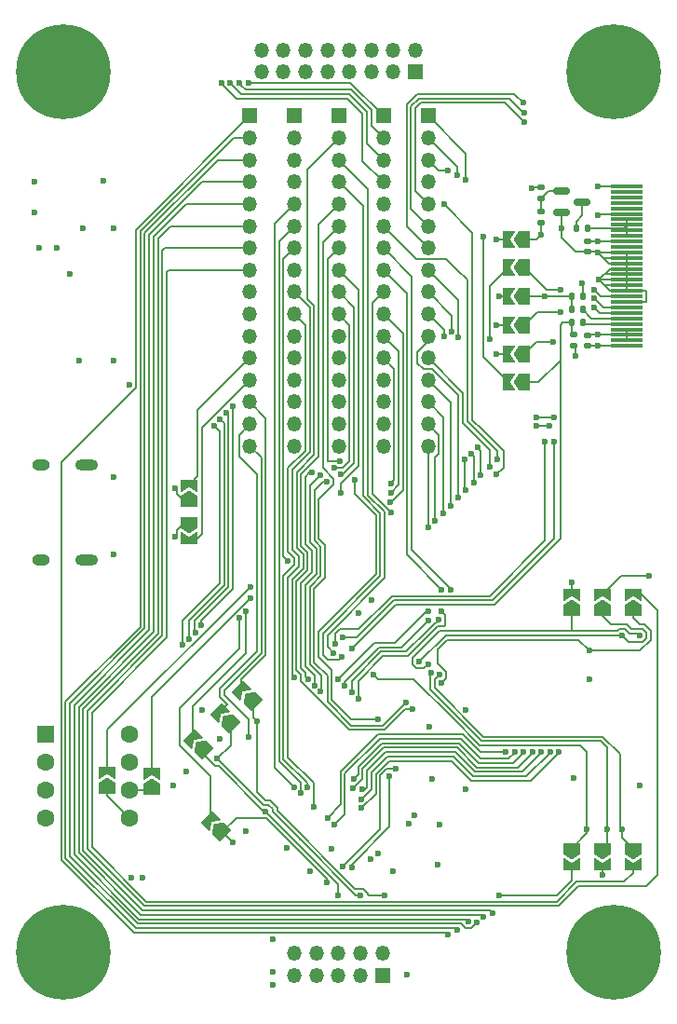
<source format=gbr>
%TF.GenerationSoftware,KiCad,Pcbnew,8.0.1*%
%TF.CreationDate,2024-05-15T13:39:00+02:00*%
%TF.ProjectId,STM32H7B0_devboard,53544d33-3248-4374-9230-5f646576626f,rev?*%
%TF.SameCoordinates,Original*%
%TF.FileFunction,Copper,L4,Bot*%
%TF.FilePolarity,Positive*%
%FSLAX46Y46*%
G04 Gerber Fmt 4.6, Leading zero omitted, Abs format (unit mm)*
G04 Created by KiCad (PCBNEW 8.0.1) date 2024-05-15 13:39:00*
%MOMM*%
%LPD*%
G01*
G04 APERTURE LIST*
G04 Aperture macros list*
%AMRoundRect*
0 Rectangle with rounded corners*
0 $1 Rounding radius*
0 $2 $3 $4 $5 $6 $7 $8 $9 X,Y pos of 4 corners*
0 Add a 4 corners polygon primitive as box body*
4,1,4,$2,$3,$4,$5,$6,$7,$8,$9,$2,$3,0*
0 Add four circle primitives for the rounded corners*
1,1,$1+$1,$2,$3*
1,1,$1+$1,$4,$5*
1,1,$1+$1,$6,$7*
1,1,$1+$1,$8,$9*
0 Add four rect primitives between the rounded corners*
20,1,$1+$1,$2,$3,$4,$5,0*
20,1,$1+$1,$4,$5,$6,$7,0*
20,1,$1+$1,$6,$7,$8,$9,0*
20,1,$1+$1,$8,$9,$2,$3,0*%
%AMFreePoly0*
4,1,6,1.000000,0.000000,0.500000,-0.750000,-0.500000,-0.750000,-0.500000,0.750000,0.500000,0.750000,1.000000,0.000000,1.000000,0.000000,$1*%
%AMFreePoly1*
4,1,6,0.500000,-0.750000,-0.650000,-0.750000,-0.150000,0.000000,-0.650000,0.750000,0.500000,0.750000,0.500000,-0.750000,0.500000,-0.750000,$1*%
G04 Aperture macros list end*
%TA.AperFunction,ComponentPad*%
%ADD10C,0.900000*%
%TD*%
%TA.AperFunction,ComponentPad*%
%ADD11C,8.600000*%
%TD*%
%TA.AperFunction,ComponentPad*%
%ADD12R,1.350000X1.350000*%
%TD*%
%TA.AperFunction,ComponentPad*%
%ADD13O,1.350000X1.350000*%
%TD*%
%TA.AperFunction,ComponentPad*%
%ADD14O,2.100000X1.000000*%
%TD*%
%TA.AperFunction,ComponentPad*%
%ADD15O,1.600000X1.000000*%
%TD*%
%TA.AperFunction,ComponentPad*%
%ADD16R,1.600000X1.600000*%
%TD*%
%TA.AperFunction,ComponentPad*%
%ADD17C,1.600000*%
%TD*%
%TA.AperFunction,SMDPad,CuDef*%
%ADD18FreePoly0,180.000000*%
%TD*%
%TA.AperFunction,SMDPad,CuDef*%
%ADD19FreePoly1,180.000000*%
%TD*%
%TA.AperFunction,SMDPad,CuDef*%
%ADD20FreePoly0,90.000000*%
%TD*%
%TA.AperFunction,SMDPad,CuDef*%
%ADD21FreePoly1,90.000000*%
%TD*%
%TA.AperFunction,SMDPad,CuDef*%
%ADD22FreePoly0,270.000000*%
%TD*%
%TA.AperFunction,SMDPad,CuDef*%
%ADD23FreePoly1,270.000000*%
%TD*%
%TA.AperFunction,SMDPad,CuDef*%
%ADD24RoundRect,0.135000X-0.135000X-0.185000X0.135000X-0.185000X0.135000X0.185000X-0.135000X0.185000X0*%
%TD*%
%TA.AperFunction,SMDPad,CuDef*%
%ADD25RoundRect,0.135000X-0.185000X0.135000X-0.185000X-0.135000X0.185000X-0.135000X0.185000X0.135000X0*%
%TD*%
%TA.AperFunction,ConnectorPad*%
%ADD26R,3.000000X0.350000*%
%TD*%
%TA.AperFunction,SMDPad,CuDef*%
%ADD27RoundRect,0.135000X0.185000X-0.135000X0.185000X0.135000X-0.185000X0.135000X-0.185000X-0.135000X0*%
%TD*%
%TA.AperFunction,SMDPad,CuDef*%
%ADD28RoundRect,0.150000X-0.587500X-0.150000X0.587500X-0.150000X0.587500X0.150000X-0.587500X0.150000X0*%
%TD*%
%TA.AperFunction,SMDPad,CuDef*%
%ADD29FreePoly0,135.000000*%
%TD*%
%TA.AperFunction,SMDPad,CuDef*%
%ADD30FreePoly1,135.000000*%
%TD*%
%TA.AperFunction,SMDPad,CuDef*%
%ADD31RoundRect,0.140000X-0.170000X0.140000X-0.170000X-0.140000X0.170000X-0.140000X0.170000X0.140000X0*%
%TD*%
%TA.AperFunction,SMDPad,CuDef*%
%ADD32RoundRect,0.135000X0.135000X0.185000X-0.135000X0.185000X-0.135000X-0.185000X0.135000X-0.185000X0*%
%TD*%
%TA.AperFunction,ViaPad*%
%ADD33C,0.600000*%
%TD*%
%TA.AperFunction,Conductor*%
%ADD34C,0.200000*%
%TD*%
G04 APERTURE END LIST*
D10*
%TO.P,H2,1,1*%
%TO.N,GND*%
X166775000Y-40000000D03*
X167719581Y-37719581D03*
X167719581Y-42280419D03*
X170000000Y-36775000D03*
D11*
X170000000Y-40000000D03*
D10*
X170000000Y-43225000D03*
X172280419Y-37719581D03*
X172280419Y-42280419D03*
X173225000Y-40000000D03*
%TD*%
%TO.P,H4,1,1*%
%TO.N,GND*%
X166775000Y-120000000D03*
X167719581Y-117719581D03*
X167719581Y-122280419D03*
X170000000Y-116775000D03*
D11*
X170000000Y-120000000D03*
D10*
X170000000Y-123225000D03*
X172280419Y-117719581D03*
X172280419Y-122280419D03*
X173225000Y-120000000D03*
%TD*%
D12*
%TO.P,A,1,Pin_1*%
%TO.N,/A0*%
X136940000Y-44000000D03*
D13*
%TO.P,A,2,Pin_2*%
%TO.N,/A1*%
X136940000Y-46000000D03*
%TO.P,A,3,Pin_3*%
%TO.N,/A2*%
X136940000Y-48000000D03*
%TO.P,A,4,Pin_4*%
%TO.N,/A3*%
X136940000Y-50000000D03*
%TO.P,A,5,Pin_5*%
%TO.N,/A4*%
X136940000Y-52000000D03*
%TO.P,A,6,Pin_6*%
%TO.N,/A5*%
X136940000Y-54000000D03*
%TO.P,A,7,Pin_7*%
%TO.N,Net-(J4-Pin_7)*%
X136940000Y-56000000D03*
%TO.P,A,8,Pin_8*%
%TO.N,Net-(J4-Pin_8)*%
X136940000Y-58000000D03*
%TO.P,A,9,Pin_9*%
%TO.N,/A8*%
X136940000Y-60000000D03*
%TO.P,A,10,Pin_10*%
%TO.N,/A9*%
X136940000Y-62000000D03*
%TO.P,A,11,Pin_11*%
%TO.N,/A10*%
X136940000Y-64000000D03*
%TO.P,A,12,Pin_12*%
%TO.N,Net-(J4-Pin_12)*%
X136940000Y-66000000D03*
%TO.P,A,13,Pin_13*%
%TO.N,Net-(J4-Pin_13)*%
X136940000Y-68000000D03*
%TO.P,A,14,Pin_14*%
%TO.N,Net-(J4-Pin_14)*%
X136940000Y-70000000D03*
%TO.P,A,15,Pin_15*%
%TO.N,Net-(J4-Pin_15)*%
X136940000Y-72000000D03*
%TO.P,A,16,Pin_16*%
%TO.N,/A15*%
X136940000Y-74000000D03*
%TD*%
D14*
%TO.P,J3,S1,SHIELD*%
%TO.N,unconnected-(J3-SHIELD-PadS1)_2*%
X122105000Y-75680000D03*
D15*
%TO.N,unconnected-(J3-SHIELD-PadS1)_1*%
X117925000Y-75680000D03*
D14*
%TO.N,unconnected-(J3-SHIELD-PadS1)_0*%
X122105000Y-84320000D03*
D15*
%TO.N,unconnected-(J3-SHIELD-PadS1)*%
X117925000Y-84320000D03*
%TD*%
D10*
%TO.P,H1,1,1*%
%TO.N,GND*%
X116775000Y-40000000D03*
X117719581Y-37719581D03*
X117719581Y-42280419D03*
X120000000Y-36775000D03*
D11*
X120000000Y-40000000D03*
D10*
X120000000Y-43225000D03*
X122280419Y-37719581D03*
X122280419Y-42280419D03*
X123225000Y-40000000D03*
%TD*%
D12*
%TO.P,J1,1,Pin_1*%
%TO.N,+3V3*%
X149000000Y-122099998D03*
D13*
%TO.P,J1,2,Pin_2*%
%TO.N,/J1_SWDIO*%
X149000000Y-120099997D03*
%TO.P,J1,3,Pin_3*%
%TO.N,GND*%
X146999999Y-122099998D03*
%TO.P,J1,4,Pin_4*%
%TO.N,/J1_SWCLK*%
X147000000Y-120099998D03*
%TO.P,J1,5,Pin_5*%
%TO.N,GND*%
X145000000Y-122099998D03*
%TO.P,J1,6,Pin_6*%
%TO.N,/J1_SWO*%
X144999999Y-120099998D03*
%TO.P,J1,7,Pin_7*%
%TO.N,unconnected-(J1-Pin_7-Pad7)*%
X143000000Y-122099998D03*
%TO.P,J1,8,Pin_8*%
%TO.N,unconnected-(J1-Pin_8-Pad8)*%
X143000000Y-120099998D03*
%TO.P,J1,9,Pin_9*%
%TO.N,GND*%
X141000000Y-122099998D03*
%TO.P,J1,10,Pin_10*%
%TO.N,/J1_NRST*%
X141000000Y-120099998D03*
%TD*%
D12*
%TO.P,POWER,1,Pin_1*%
%TO.N,GND*%
X152000000Y-40000000D03*
D13*
%TO.P,POWER,2,Pin_2*%
%TO.N,+3V3*%
X152000000Y-37999999D03*
%TO.P,POWER,3,Pin_3*%
%TO.N,GND*%
X149999999Y-40000000D03*
%TO.P,POWER,4,Pin_4*%
%TO.N,+3V3*%
X150000000Y-38000000D03*
%TO.P,POWER,5,Pin_5*%
%TO.N,GND*%
X148000000Y-40000000D03*
%TO.P,POWER,6,Pin_6*%
%TO.N,+3V3*%
X147999999Y-38000000D03*
%TO.P,POWER,7,Pin_7*%
%TO.N,GND*%
X146000000Y-40000000D03*
%TO.P,POWER,8,Pin_8*%
%TO.N,+3V3*%
X146000000Y-38000000D03*
%TO.P,POWER,9,Pin_9*%
%TO.N,GND*%
X144000000Y-40000000D03*
%TO.P,POWER,10,Pin_10*%
%TO.N,+5V*%
X144000000Y-38000000D03*
%TO.P,POWER,11,Pin_11*%
%TO.N,GND*%
X142000000Y-40000000D03*
%TO.P,POWER,12,Pin_12*%
%TO.N,+5V*%
X142000000Y-38000000D03*
%TO.P,POWER,13,Pin_13*%
%TO.N,GND*%
X140000001Y-40000000D03*
%TO.P,POWER,14,Pin_14*%
%TO.N,+5V*%
X140000000Y-38000000D03*
%TO.P,POWER,15,Pin_15*%
%TO.N,GND*%
X138000000Y-40000000D03*
%TO.P,POWER,16,Pin_16*%
%TO.N,+5V*%
X138000001Y-38000000D03*
%TD*%
D12*
%TO.P,B,1,Pin_1*%
%TO.N,Net-(J5-Pin_1)*%
X140990000Y-44000000D03*
D13*
%TO.P,B,2,Pin_2*%
%TO.N,Net-(J5-Pin_2)*%
X140990000Y-46000000D03*
%TO.P,B,3,Pin_3*%
%TO.N,Net-(J5-Pin_3)*%
X140990000Y-48000000D03*
%TO.P,B,4,Pin_4*%
%TO.N,Net-(J5-Pin_4)*%
X140990000Y-50000000D03*
%TO.P,B,5,Pin_5*%
%TO.N,/B4*%
X140990000Y-52000000D03*
%TO.P,B,6,Pin_6*%
%TO.N,/B5*%
X140990000Y-54000000D03*
%TO.P,B,7,Pin_7*%
%TO.N,Net-(J5-Pin_7)*%
X140990000Y-56000000D03*
%TO.P,B,8,Pin_8*%
%TO.N,Net-(J5-Pin_8)*%
X140990000Y-58000000D03*
%TO.P,B,9,Pin_9*%
%TO.N,/B8*%
X140990000Y-60000000D03*
%TO.P,B,10,Pin_10*%
%TO.N,/B9*%
X140990000Y-62000000D03*
%TO.P,B,11,Pin_11*%
%TO.N,Net-(J5-Pin_11)*%
X140990000Y-64000000D03*
%TO.P,B,12,Pin_12*%
%TO.N,Net-(J5-Pin_12)*%
X140990000Y-66000000D03*
%TO.P,B,13,Pin_13*%
%TO.N,Net-(J5-Pin_13)*%
X140990000Y-68000000D03*
%TO.P,B,14,Pin_14*%
%TO.N,Net-(J5-Pin_14)*%
X140990000Y-70000000D03*
%TO.P,B,15,Pin_15*%
%TO.N,Net-(J5-Pin_15)*%
X140990000Y-72000000D03*
%TO.P,B,16,Pin_16*%
%TO.N,Net-(J5-Pin_16)*%
X140990000Y-74000000D03*
%TD*%
D16*
%TO.P,J2,1,Pin_1*%
%TO.N,GND*%
X118390000Y-100190000D03*
D17*
%TO.P,J2,2,Pin_2*%
X118390000Y-102730000D03*
%TO.P,J2,3,Pin_3*%
X118390000Y-105270000D03*
%TO.P,J2,4,Pin_4*%
X118390000Y-107810000D03*
%TO.P,J2,5,Pin_5*%
%TO.N,/I2C_SDA*%
X126010000Y-107810000D03*
%TO.P,J2,6,Pin_6*%
%TO.N,/I2C_SCL*%
X126010000Y-105270000D03*
%TO.P,J2,7,Pin_7*%
%TO.N,GND*%
X126010000Y-102730000D03*
%TO.P,J2,8,Pin_8*%
%TO.N,+3V3*%
X126010000Y-100190000D03*
%TD*%
D10*
%TO.P,H3,1,1*%
%TO.N,GND*%
X116775000Y-120000000D03*
X117719581Y-117719581D03*
X117719581Y-122280419D03*
X120000000Y-116775000D03*
D11*
X120000000Y-120000000D03*
D10*
X120000000Y-123225000D03*
X122280419Y-117719581D03*
X122280419Y-122280419D03*
X123225000Y-120000000D03*
%TD*%
D12*
%TO.P,E,1,Pin_1*%
%TO.N,/E0*%
X153140000Y-44000000D03*
D13*
%TO.P,E,2,Pin_2*%
%TO.N,/E1*%
X153140000Y-46000000D03*
%TO.P,E,3,Pin_3*%
%TO.N,/E2*%
X153140000Y-48000000D03*
%TO.P,E,4,Pin_4*%
%TO.N,/E3*%
X153140000Y-50000000D03*
%TO.P,E,5,Pin_5*%
%TO.N,/E4*%
X153140000Y-52000000D03*
%TO.P,E,6,Pin_6*%
%TO.N,/E5*%
X153140000Y-54000000D03*
%TO.P,E,7,Pin_7*%
%TO.N,/E6*%
X153140000Y-56000000D03*
%TO.P,E,8,Pin_8*%
%TO.N,/E7*%
X153140000Y-58000000D03*
%TO.P,E,9,Pin_9*%
%TO.N,/E8*%
X153140000Y-60000000D03*
%TO.P,E,10,Pin_10*%
%TO.N,/E9*%
X153140000Y-62000000D03*
%TO.P,E,11,Pin_11*%
%TO.N,/E10*%
X153140000Y-64000000D03*
%TO.P,E,12,Pin_12*%
%TO.N,Net-(J8-Pin_12)*%
X153140000Y-66000000D03*
%TO.P,E,13,Pin_13*%
%TO.N,/E12*%
X153140000Y-68000000D03*
%TO.P,E,14,Pin_14*%
%TO.N,/E13*%
X153140000Y-70000000D03*
%TO.P,E,15,Pin_15*%
%TO.N,/E14*%
X153140000Y-72000000D03*
%TO.P,E,16,Pin_16*%
%TO.N,/E15*%
X153140000Y-74000000D03*
%TD*%
D12*
%TO.P,C,1,Pin_1*%
%TO.N,Net-(J6-Pin_1)*%
X145040000Y-44000000D03*
D13*
%TO.P,C,2,Pin_2*%
%TO.N,/C1*%
X145040000Y-46000000D03*
%TO.P,C,3,Pin_3*%
%TO.N,/C2_C*%
X145040000Y-48000000D03*
%TO.P,C,4,Pin_4*%
%TO.N,/C3_C*%
X145040000Y-50000000D03*
%TO.P,C,5,Pin_5*%
%TO.N,/C4*%
X145040000Y-52000000D03*
%TO.P,C,6,Pin_6*%
%TO.N,/C5*%
X145040000Y-54000000D03*
%TO.P,C,7,Pin_7*%
%TO.N,/C6*%
X145040000Y-56000000D03*
%TO.P,C,8,Pin_8*%
%TO.N,/C7*%
X145040000Y-58000000D03*
%TO.P,C,9,Pin_9*%
%TO.N,/C8*%
X145040000Y-60000000D03*
%TO.P,C,10,Pin_10*%
%TO.N,/C9*%
X145040000Y-62000000D03*
%TO.P,C,11,Pin_11*%
%TO.N,/C10*%
X145040000Y-64000000D03*
%TO.P,C,12,Pin_12*%
%TO.N,/C11*%
X145040000Y-66000000D03*
%TO.P,C,13,Pin_13*%
%TO.N,/C12*%
X145040000Y-68000000D03*
%TO.P,C,14,Pin_14*%
%TO.N,/C13*%
X145040000Y-70000000D03*
%TO.P,C,15,Pin_15*%
%TO.N,unconnected-(J6-Pin_15-Pad15)*%
X145040000Y-72000000D03*
%TO.P,C,16,Pin_16*%
%TO.N,unconnected-(J6-Pin_16-Pad16)*%
X145040000Y-74000000D03*
%TD*%
D12*
%TO.P,D,1,Pin_1*%
%TO.N,/D0*%
X149090000Y-44000000D03*
D13*
%TO.P,D,2,Pin_2*%
%TO.N,/D1*%
X149090000Y-46000000D03*
%TO.P,D,3,Pin_3*%
%TO.N,/D2*%
X149090000Y-48000000D03*
%TO.P,D,4,Pin_4*%
%TO.N,/D3*%
X149090000Y-50000000D03*
%TO.P,D,5,Pin_5*%
%TO.N,/D4*%
X149090000Y-52000000D03*
%TO.P,D,6,Pin_6*%
%TO.N,/D5*%
X149090000Y-54000000D03*
%TO.P,D,7,Pin_7*%
%TO.N,/D6*%
X149090000Y-56000000D03*
%TO.P,D,8,Pin_8*%
%TO.N,/D7*%
X149090000Y-58000000D03*
%TO.P,D,9,Pin_9*%
%TO.N,/D8*%
X149090000Y-60000000D03*
%TO.P,D,10,Pin_10*%
%TO.N,/D9*%
X149090000Y-62000000D03*
%TO.P,D,11,Pin_11*%
%TO.N,/D10*%
X149090000Y-64000000D03*
%TO.P,D,12,Pin_12*%
%TO.N,/D11*%
X149090000Y-66000000D03*
%TO.P,D,13,Pin_13*%
%TO.N,/D12*%
X149090000Y-68000000D03*
%TO.P,D,14,Pin_14*%
%TO.N,/D13*%
X149090000Y-70000000D03*
%TO.P,D,15,Pin_15*%
%TO.N,/D14*%
X149090000Y-72000000D03*
%TO.P,D,16,Pin_16*%
%TO.N,/D15*%
X149090000Y-74000000D03*
%TD*%
D18*
%TO.P,JP16,1,A*%
%TO.N,/SPI2_SCK*%
X161924999Y-63000000D03*
D19*
%TO.P,JP16,2,B*%
%TO.N,Net-(J5-Pin_14)*%
X160475001Y-63000000D03*
%TD*%
D20*
%TO.P,JP9,1,A*%
%TO.N,/QSPI1_SCK*%
X169000000Y-88924999D03*
D21*
%TO.P,JP9,2,B*%
%TO.N,Net-(J5-Pin_3)*%
X169000000Y-87475001D03*
%TD*%
D20*
%TO.P,JP1,1,A*%
%TO.N,/QSPI1_IO3*%
X171800000Y-88924999D03*
D21*
%TO.P,JP1,2,B*%
%TO.N,Net-(J4-Pin_7)*%
X171800000Y-87475001D03*
%TD*%
D22*
%TO.P,JP2,1,A*%
%TO.N,/QSPI1_IO2*%
X171800000Y-110600000D03*
D23*
%TO.P,JP2,2,B*%
%TO.N,Net-(J4-Pin_8)*%
X171800000Y-112049998D03*
%TD*%
D24*
%TO.P,R18,1*%
%TO.N,/LCD_RESET*%
X166207252Y-62800000D03*
%TO.P,R18,2*%
%TO.N,/LCD_RST*%
X167227250Y-62800000D03*
%TD*%
D25*
%TO.P,R16,1*%
%TO.N,/LCD_RESET*%
X166427250Y-63890001D03*
%TO.P,R16,2*%
%TO.N,+3V3*%
X166427250Y-64909999D03*
%TD*%
D26*
%TO.P,U2,1,GND*%
%TO.N,GND*%
X171200000Y-64900000D03*
%TO.P,U2,2,VCI*%
%TO.N,+3V3*%
X171200000Y-64400000D03*
%TO.P,U2,3,IM2*%
X171200000Y-63900000D03*
%TO.P,U2,4,IM1*%
X171200000Y-63400000D03*
%TO.P,U2,5,RES*%
%TO.N,/LCD_RST*%
X171200000Y-62900000D03*
%TO.P,U2,6,CS*%
%TO.N,/LCD_NSS*%
X171200000Y-62400000D03*
%TO.P,U2,7,SCL*%
%TO.N,/SPI2_SCK*%
X171200000Y-61900000D03*
%TO.P,U2,8,DC*%
%TO.N,/LCD_COMMAND*%
X171200000Y-61400000D03*
%TO.P,U2,9,RD*%
%TO.N,GND*%
X171200000Y-60900000D03*
%TO.P,U2,10,SDA*%
%TO.N,/SPI2_MOSI*%
X171200000Y-60400000D03*
%TO.P,U2,11,DB0*%
%TO.N,GND*%
X171200000Y-59900000D03*
%TO.P,U2,12,DB1*%
X171200000Y-59400000D03*
%TO.P,U2,13,DB2*%
X171200000Y-58900000D03*
%TO.P,U2,14,DB3*%
X171200000Y-58400000D03*
%TO.P,U2,15,DB4*%
X171200000Y-57900000D03*
%TO.P,U2,16,DB5*%
X171200000Y-57400000D03*
%TO.P,U2,17,DB6*%
X171200000Y-56900000D03*
%TO.P,U2,18,DB7*%
X171200000Y-56400000D03*
%TO.P,U2,19,SDO*%
%TO.N,unconnected-(U2-SDO-Pad19)*%
X171200000Y-55900000D03*
%TO.P,U2,20,LEDA*%
%TO.N,+3V3*%
X171200000Y-55400000D03*
%TO.P,U2,21,LEDK*%
%TO.N,/LCD_LEDK*%
X171200000Y-54900000D03*
%TO.P,U2,22,LEDK*%
X171200000Y-54400000D03*
%TO.P,U2,23,LEDK*%
X171200000Y-53900000D03*
%TO.P,U2,24,LEDK*%
X171200000Y-53400000D03*
%TO.P,U2,25,GND*%
%TO.N,GND*%
X171200000Y-52900000D03*
%TO.P,U2,26,NC*%
%TO.N,unconnected-(U2-NC-Pad26)*%
X171200000Y-52400000D03*
%TO.P,U2,27,NC*%
%TO.N,unconnected-(U2-NC-Pad27)*%
X171200000Y-51900000D03*
%TO.P,U2,28,NC*%
%TO.N,unconnected-(U2-NC-Pad28)*%
X171200000Y-51400000D03*
%TO.P,U2,29,NC*%
%TO.N,unconnected-(U2-NC-Pad29)*%
X171200000Y-50900000D03*
%TO.P,U2,30,GND*%
%TO.N,GND*%
X171200000Y-50400000D03*
%TD*%
D27*
%TO.P,R13,1*%
%TO.N,Net-(Q1-B)*%
X163427250Y-51509999D03*
%TO.P,R13,2*%
%TO.N,+3V3*%
X163427250Y-50490001D03*
%TD*%
D28*
%TO.P,Q1,1,E*%
%TO.N,GND*%
X165289750Y-52750000D03*
%TO.P,Q1,2,B*%
%TO.N,Net-(Q1-B)*%
X165289750Y-50850000D03*
%TO.P,Q1,3,C*%
%TO.N,Net-(Q1-C)*%
X167164751Y-51800000D03*
%TD*%
D20*
%TO.P,JP3,1,A*%
%TO.N,/USB_DN*%
X131400000Y-79000000D03*
D21*
%TO.P,JP3,2,B*%
%TO.N,Net-(J4-Pin_12)*%
X131400000Y-77550002D03*
%TD*%
D22*
%TO.P,JP20,1,A*%
%TO.N,/QSPI1_NSS*%
X166200000Y-110600000D03*
D23*
%TO.P,JP20,2,B*%
%TO.N,Net-(J8-Pin_12)*%
X166200000Y-112049998D03*
%TD*%
D18*
%TO.P,JP17,1,A*%
%TO.N,/LCD_COMMAND*%
X161924999Y-65600000D03*
D19*
%TO.P,JP17,2,B*%
%TO.N,Net-(J5-Pin_15)*%
X160475001Y-65600000D03*
%TD*%
D29*
%TO.P,JP19,1,A*%
%TO.N,/STATUS_LED*%
X134426346Y-109089086D03*
D30*
%TO.P,JP19,2,B*%
%TO.N,Net-(J6-Pin_1)*%
X133401042Y-108063782D03*
%TD*%
D20*
%TO.P,JP8,1,A*%
%TO.N,/QSPI1_IO0*%
X166200000Y-88924999D03*
D21*
%TO.P,JP8,2,B*%
%TO.N,Net-(J5-Pin_2)*%
X166200000Y-87475001D03*
%TD*%
D22*
%TO.P,JP4,1,A*%
%TO.N,/USB_DP*%
X131400000Y-80950002D03*
D23*
%TO.P,JP4,2,B*%
%TO.N,Net-(J4-Pin_13)*%
X131400000Y-82400000D03*
%TD*%
D24*
%TO.P,R12,1*%
%TO.N,Net-(Q1-C)*%
X166627250Y-54200000D03*
%TO.P,R12,2*%
%TO.N,/LCD_LEDK*%
X167647248Y-54200000D03*
%TD*%
D29*
%TO.P,JP6,1,A*%
%TO.N,/SWCLK*%
X135225304Y-99225304D03*
D30*
%TO.P,JP6,2,B*%
%TO.N,Net-(J4-Pin_15)*%
X134200000Y-98200000D03*
%TD*%
D31*
%TO.P,C14,1*%
%TO.N,+3V3*%
X167627250Y-55400000D03*
%TO.P,C14,2*%
%TO.N,GND*%
X167627250Y-56360000D03*
%TD*%
D24*
%TO.P,R15,1*%
%TO.N,/SPI2_NSS*%
X166207252Y-60400000D03*
%TO.P,R15,2*%
%TO.N,+3V3*%
X167227250Y-60400000D03*
%TD*%
D29*
%TO.P,JP5,1,A*%
%TO.N,/SWDIO*%
X137225304Y-97225304D03*
D30*
%TO.P,JP5,2,B*%
%TO.N,Net-(J4-Pin_14)*%
X136200000Y-96200000D03*
%TD*%
D18*
%TO.P,JP15,1,A*%
%TO.N,/SPI2_NSS*%
X161924999Y-60400000D03*
D19*
%TO.P,JP15,2,B*%
%TO.N,Net-(J5-Pin_13)*%
X160475001Y-60400000D03*
%TD*%
D20*
%TO.P,JP11,1,A*%
%TO.N,/I2C_SCL*%
X128000000Y-105200000D03*
D21*
%TO.P,JP11,2,B*%
%TO.N,Net-(J5-Pin_7)*%
X128000000Y-103750002D03*
%TD*%
D31*
%TO.P,C15,1*%
%TO.N,+3V3*%
X167627250Y-63920000D03*
%TO.P,C15,2*%
%TO.N,GND*%
X167627250Y-64880000D03*
%TD*%
D18*
%TO.P,JP14,1,A*%
%TO.N,/LCD_RESET*%
X161924999Y-68200000D03*
D19*
%TO.P,JP14,2,B*%
%TO.N,Net-(J5-Pin_12)*%
X160475001Y-68200000D03*
%TD*%
D20*
%TO.P,JP12,1,A*%
%TO.N,/I2C_SDA*%
X124000000Y-105124999D03*
D21*
%TO.P,JP12,2,B*%
%TO.N,Net-(J5-Pin_8)*%
X124000000Y-103675001D03*
%TD*%
D18*
%TO.P,JP13,1,A*%
%TO.N,/LCD_BACKLIGHT*%
X161924999Y-55200000D03*
D19*
%TO.P,JP13,2,B*%
%TO.N,Net-(J5-Pin_11)*%
X160475001Y-55200000D03*
%TD*%
D18*
%TO.P,JP18,1,A*%
%TO.N,/SPI2_MOSI*%
X161924999Y-57800000D03*
D19*
%TO.P,JP18,2,B*%
%TO.N,Net-(J5-Pin_16)*%
X160475001Y-57800000D03*
%TD*%
D27*
%TO.P,R14,1*%
%TO.N,/LCD_BACKLIGHT*%
X163427250Y-53709999D03*
%TO.P,R14,2*%
%TO.N,Net-(Q1-B)*%
X163427250Y-52690001D03*
%TD*%
D32*
%TO.P,R17,1*%
%TO.N,/LCD_NSS*%
X167227250Y-61600000D03*
%TO.P,R17,2*%
%TO.N,/SPI2_NSS*%
X166207252Y-61600000D03*
%TD*%
D22*
%TO.P,JP7,1,A*%
%TO.N,/QSPI1_IO1*%
X169000000Y-110600000D03*
D23*
%TO.P,JP7,2,B*%
%TO.N,Net-(J5-Pin_1)*%
X169000000Y-112049998D03*
%TD*%
D29*
%TO.P,JP10,1,A*%
%TO.N,/SWO*%
X132800000Y-101600000D03*
D30*
%TO.P,JP10,2,B*%
%TO.N,Net-(J5-Pin_4)*%
X131774696Y-100574696D03*
%TD*%
D33*
%TO.N,+3V3*%
X127200000Y-113200000D03*
X167117251Y-59200000D03*
X146866892Y-89167423D03*
X148600000Y-111000000D03*
X136600000Y-109000000D03*
X144400000Y-110600000D03*
X142392892Y-112607108D03*
X151927206Y-107575736D03*
X166400000Y-104200000D03*
X162600000Y-50600000D03*
X153299934Y-99500065D03*
X168627250Y-55400000D03*
X124600000Y-54200000D03*
X167800000Y-95200000D03*
X168627250Y-63900000D03*
X139000000Y-118800000D03*
X166600000Y-65800000D03*
X119400000Y-56000000D03*
X117400000Y-52800000D03*
X126200000Y-113200000D03*
X117800000Y-56000000D03*
X134200000Y-100600000D03*
X151200000Y-122000000D03*
X156600000Y-105200000D03*
X121800000Y-54200000D03*
%TO.N,GND*%
X121400000Y-66200000D03*
X131200000Y-103600000D03*
X126000000Y-68425000D03*
X139000000Y-123000000D03*
X123600000Y-49924999D03*
X172400000Y-104800000D03*
X124600000Y-66200000D03*
X168627250Y-56400000D03*
X168627250Y-50400000D03*
X154211003Y-108394579D03*
X124580000Y-83820000D03*
X154000000Y-112000000D03*
X124600000Y-76800000D03*
X148017158Y-88017158D03*
X168700000Y-58900000D03*
X168627250Y-64880000D03*
X156600758Y-97952229D03*
X117400000Y-50000000D03*
X120600000Y-58400000D03*
X165289750Y-54200000D03*
X130000000Y-104800000D03*
X153521320Y-104278680D03*
X168627250Y-53000000D03*
X139000000Y-121800000D03*
X132600000Y-98000000D03*
X151378949Y-108347778D03*
X150000000Y-112600000D03*
X147918007Y-111500085D03*
X140292892Y-110507108D03*
%TO.N,/STATUS_LED*%
X143975735Y-113624265D03*
X150206210Y-103340371D03*
X135400000Y-110000000D03*
X145400000Y-112200000D03*
%TO.N,/USB_DN*%
X130145000Y-77800000D03*
%TO.N,/USB_DP*%
X130145000Y-82200000D03*
%TO.N,/A0*%
X155000000Y-118400000D03*
%TO.N,/A3*%
X156800000Y-117200000D03*
%TO.N,/A2*%
X157590538Y-117318228D03*
%TO.N,/A1*%
X155800000Y-118000000D03*
%TO.N,/A4*%
X158200000Y-116800000D03*
%TO.N,/A5*%
X159000000Y-116400000D03*
%TO.N,/A15*%
X136800000Y-100400000D03*
%TO.N,Net-(J5-Pin_13)*%
X159600000Y-60400000D03*
%TO.N,Net-(J5-Pin_8)*%
X137000000Y-86800000D03*
%TO.N,Net-(J5-Pin_12)*%
X158200000Y-55000000D03*
%TO.N,Net-(J5-Pin_14)*%
X159400000Y-63000000D03*
%TO.N,Net-(J5-Pin_2)*%
X166200000Y-86400000D03*
%TO.N,/B8*%
X142729133Y-106756070D03*
%TO.N,Net-(J5-Pin_15)*%
X159400000Y-65600000D03*
%TO.N,Net-(J5-Pin_16)*%
X158799260Y-64247789D03*
%TO.N,Net-(J5-Pin_1)*%
X169000000Y-113000000D03*
%TO.N,/B5*%
X141545683Y-105523592D03*
%TO.N,Net-(J5-Pin_11)*%
X159400000Y-55200000D03*
%TO.N,Net-(J5-Pin_7)*%
X140400000Y-84400000D03*
X137000943Y-87799057D03*
%TO.N,Net-(J5-Pin_4)*%
X136624265Y-89024265D03*
%TO.N,/B4*%
X140948479Y-104970557D03*
%TO.N,/B9*%
X142148479Y-104973222D03*
%TO.N,Net-(J5-Pin_3)*%
X173275735Y-85800000D03*
%TO.N,/C13*%
X146464215Y-77032843D03*
X148600000Y-98800000D03*
%TO.N,/C9*%
X144600000Y-76000000D03*
%TO.N,/C3_C*%
X145276012Y-93194259D03*
%TO.N,/C4*%
X151700000Y-97900000D03*
%TO.N,/C8*%
X145200000Y-76600000D03*
%TO.N,/C1*%
X141000000Y-95000000D03*
%TO.N,/C11*%
X142824265Y-95741423D03*
X143375735Y-76624265D03*
%TO.N,/C2_C*%
X144585269Y-92790677D03*
%TO.N,/C12*%
X143372457Y-96324080D03*
X143975735Y-77224265D03*
%TO.N,/C6*%
X145175735Y-75375735D03*
%TO.N,/C5*%
X151134313Y-97334313D03*
%TO.N,Net-(J6-Pin_1)*%
X136024265Y-89624265D03*
%TO.N,/C7*%
X145231372Y-78231373D03*
%TO.N,/C10*%
X142606692Y-76407523D03*
X142224265Y-95175735D03*
%TO.N,/D2*%
X131435279Y-91516329D03*
X135176442Y-41009422D03*
X134235209Y-71553321D03*
%TO.N,/D0*%
X136800000Y-41000000D03*
X132547200Y-90275735D03*
X135400000Y-70400000D03*
%TO.N,/D4*%
X154600000Y-52000000D03*
X145000000Y-95179858D03*
X159400000Y-76600000D03*
X153201396Y-89019483D03*
%TO.N,/D9*%
X149748530Y-79100000D03*
%TO.N,/D6*%
X146200000Y-96379839D03*
X155200445Y-87019483D03*
X154117161Y-89800776D03*
%TO.N,/D7*%
X154401396Y-89018643D03*
X146800000Y-96979903D03*
X154401396Y-87019483D03*
%TO.N,/D3*%
X133669522Y-72119008D03*
X130869519Y-92081943D03*
X134376546Y-40996348D03*
%TO.N,/D8*%
X149800000Y-80000000D03*
%TO.N,/D10*%
X149767521Y-78226594D03*
%TO.N,/D11*%
X149772793Y-77372793D03*
%TO.N,/D5*%
X159407108Y-75207108D03*
X153200613Y-89819485D03*
X145600000Y-95779903D03*
%TO.N,/D1*%
X134800896Y-70987633D03*
X132000000Y-90949677D03*
X135975735Y-40975735D03*
%TO.N,/E8*%
X157072078Y-74667625D03*
X155281780Y-63582843D03*
X157310662Y-77303554D03*
%TO.N,/E1*%
X155800000Y-49400000D03*
X144636212Y-108436212D03*
X161047655Y-101800393D03*
%TO.N,/E4*%
X161915805Y-44561393D03*
X147136800Y-105214671D03*
X163447661Y-101800000D03*
%TO.N,/E10*%
X155907108Y-78707108D03*
%TO.N,/E13*%
X154507108Y-80107108D03*
%TO.N,/E2*%
X161847657Y-101799975D03*
X155000000Y-49000000D03*
X146379533Y-104243565D03*
%TO.N,/E12*%
X155207108Y-79407108D03*
%TO.N,/E6*%
X147115786Y-106901429D03*
X161800000Y-42800000D03*
X165047667Y-101800000D03*
%TO.N,/E5*%
X161896456Y-43693514D03*
X164247664Y-101800000D03*
X147084343Y-106084343D03*
%TO.N,/E3*%
X162647659Y-101800002D03*
X146335813Y-105135815D03*
%TO.N,/E14*%
X153807108Y-80807108D03*
%TO.N,/E9*%
X156506390Y-75233312D03*
X154600000Y-64000000D03*
X156607108Y-78007108D03*
%TO.N,/E7*%
X157962439Y-76651777D03*
X155904960Y-64084491D03*
X157637765Y-74101938D03*
%TO.N,/E0*%
X144000000Y-107773977D03*
X156600000Y-49800000D03*
X160247653Y-101799124D03*
%TO.N,/E15*%
X153207108Y-81407108D03*
%TO.N,Net-(J8-Pin_12)*%
X159600000Y-114800000D03*
X158800000Y-75907108D03*
%TO.N,/QSPI1_IO3*%
X154343359Y-95543359D03*
X167800000Y-92600000D03*
%TO.N,/QSPI1_IO2*%
X170800000Y-108800000D03*
X154191868Y-94757831D03*
%TO.N,/SWDIO*%
X137600000Y-99000000D03*
X149200000Y-114800000D03*
%TO.N,/SWCLK*%
X147000000Y-114800000D03*
X134000000Y-102400000D03*
%TO.N,/QSPI1_IO1*%
X169400000Y-108800000D03*
X153400000Y-94600000D03*
%TO.N,/QSPI1_IO0*%
X172400000Y-91200000D03*
X153147017Y-93841051D03*
%TO.N,/QSPI1_SCK*%
X152349257Y-93600000D03*
X170800000Y-91200000D03*
%TO.N,/SWO*%
X138400000Y-107200000D03*
X145000000Y-114800000D03*
%TO.N,/LCD_BACKLIGHT*%
X163400000Y-54800000D03*
%TO.N,/LCD_RESET*%
X146200000Y-92400000D03*
%TO.N,/SPI2_NSS*%
X163772206Y-60380220D03*
X164200000Y-72200000D03*
X163000000Y-72200000D03*
%TO.N,/SPI2_SCK*%
X168227250Y-61400000D03*
X164600000Y-73586880D03*
X145351471Y-91400000D03*
X165200000Y-61800000D03*
%TO.N,/LCD_COMMAND*%
X144703883Y-92000000D03*
X163757295Y-73601373D03*
X168227250Y-60600000D03*
X164500000Y-64500000D03*
%TO.N,/SPI2_MOSI*%
X164600000Y-71400000D03*
X165200000Y-59800000D03*
X168227250Y-59800000D03*
X163000000Y-71400000D03*
%TO.N,/QSPI1_NSS*%
X148200000Y-94800000D03*
X167600000Y-108800000D03*
%TO.N,/NRST*%
X146196348Y-112276381D03*
X149600000Y-104000000D03*
%TD*%
D34*
%TO.N,+3V3*%
X166600000Y-65082749D02*
X166427250Y-64909999D01*
X167627250Y-55400000D02*
X171200000Y-55400000D01*
X163427250Y-50490001D02*
X162709999Y-50490001D01*
X162709999Y-50490001D02*
X162600000Y-50600000D01*
X167627250Y-63920000D02*
X167417249Y-63920000D01*
X171200000Y-63900000D02*
X167647250Y-63900000D01*
X171200000Y-63400000D02*
X171200000Y-63900000D01*
X167117251Y-59200000D02*
X167227250Y-59309999D01*
X171200000Y-64400000D02*
X171200000Y-63900000D01*
X167227250Y-59309999D02*
X167227250Y-60400000D01*
X167647250Y-63900000D02*
X167627250Y-63920000D01*
X166600000Y-65800000D02*
X166600000Y-65082749D01*
%TO.N,GND*%
X165289750Y-55062500D02*
X166587250Y-56360000D01*
X165289750Y-52750000D02*
X165289750Y-54200000D01*
X171200000Y-57400000D02*
X169627250Y-57400000D01*
X168700000Y-58900000D02*
X169700000Y-59900000D01*
X169127250Y-56900000D02*
X168627250Y-56400000D01*
X168700000Y-58900000D02*
X169200000Y-59400000D01*
X171200000Y-56400000D02*
X168627250Y-56400000D01*
X169700000Y-59900000D02*
X171200000Y-59900000D01*
X171200000Y-57900000D02*
X171200000Y-58400000D01*
X173000000Y-59925000D02*
X173000000Y-60875000D01*
X169200000Y-58400000D02*
X171200000Y-58400000D01*
X169627250Y-57400000D02*
X168627250Y-56400000D01*
X171200000Y-56400000D02*
X171200000Y-56900000D01*
X171200000Y-58900000D02*
X171200000Y-59400000D01*
X169700000Y-57900000D02*
X171200000Y-57900000D01*
X171200000Y-57400000D02*
X171200000Y-57900000D01*
X171200000Y-50400000D02*
X168627250Y-50400000D01*
X171200000Y-58400000D02*
X171200000Y-58900000D01*
X171200000Y-52900000D02*
X168727250Y-52900000D01*
X168700000Y-58900000D02*
X171200000Y-58900000D01*
X171200000Y-56900000D02*
X169127250Y-56900000D01*
X168700000Y-58900000D02*
X169200000Y-58400000D01*
X168727250Y-52900000D02*
X168627250Y-53000000D01*
X168587250Y-56360000D02*
X168627250Y-56400000D01*
X172975000Y-59900000D02*
X173000000Y-59925000D01*
X172975000Y-60900000D02*
X171200000Y-60900000D01*
X171180000Y-64880000D02*
X171200000Y-64900000D01*
X171200000Y-59400000D02*
X171200000Y-59900000D01*
X173000000Y-60875000D02*
X172975000Y-60900000D01*
X171200000Y-59900000D02*
X172975000Y-59900000D01*
X168700000Y-58900000D02*
X169700000Y-57900000D01*
X166587250Y-56360000D02*
X167627250Y-56360000D01*
X169200000Y-59400000D02*
X171200000Y-59400000D01*
X171200000Y-56900000D02*
X171200000Y-57400000D01*
X165289750Y-54200000D02*
X165289750Y-55062500D01*
X167627250Y-64880000D02*
X171180000Y-64880000D01*
X167627250Y-56360000D02*
X168587250Y-56360000D01*
%TO.N,/STATUS_LED*%
X145400000Y-112200000D02*
X148800000Y-108800000D01*
X134489086Y-109089086D02*
X135400000Y-110000000D01*
X148800000Y-108800000D02*
X148800000Y-103951471D01*
X138434314Y-107800000D02*
X135715432Y-107800000D01*
X134426346Y-109089086D02*
X134489086Y-109089086D01*
X148800000Y-103951471D02*
X149411100Y-103340371D01*
X149411100Y-103340371D02*
X150206210Y-103340371D01*
X135715432Y-107800000D02*
X134426346Y-109089086D01*
X143975735Y-113341421D02*
X138434314Y-107800000D01*
X143975735Y-113624265D02*
X143975735Y-113341421D01*
%TO.N,/USB_DN*%
X130345000Y-78326200D02*
X131018800Y-79000000D01*
X130345000Y-78000000D02*
X130345000Y-78326200D01*
X131018800Y-79000000D02*
X131400000Y-79000000D01*
X130145000Y-77800000D02*
X130345000Y-78000000D01*
%TO.N,/USB_DP*%
X131018662Y-80950002D02*
X131400000Y-80950002D01*
X130345000Y-81623664D02*
X131018662Y-80950002D01*
X130145000Y-82200000D02*
X130345000Y-82000000D01*
X130345000Y-82000000D02*
X130345000Y-81623664D01*
%TO.N,/I2C_SDA*%
X124000000Y-105800000D02*
X124000000Y-105124999D01*
X126010000Y-107810000D02*
X124000000Y-105800000D01*
%TO.N,/I2C_SCL*%
X126010000Y-105270000D02*
X127930000Y-105270000D01*
X127930000Y-105270000D02*
X128000000Y-105200000D01*
%TO.N,Net-(J4-Pin_8)*%
X166634314Y-113600000D02*
X164834314Y-115400000D01*
X164834314Y-115400000D02*
X127551471Y-115400000D01*
X171800000Y-112049998D02*
X171800000Y-112800000D01*
X129400000Y-91400000D02*
X129400000Y-58200000D01*
X129600000Y-58000000D02*
X136940000Y-58000000D01*
X129400000Y-58200000D02*
X129600000Y-58000000D01*
X127551471Y-115400000D02*
X122600000Y-110448529D01*
X122600000Y-98200000D02*
X129400000Y-91400000D01*
X171000000Y-113600000D02*
X166634314Y-113600000D01*
X122600000Y-110448529D02*
X122600000Y-98200000D01*
X171800000Y-112800000D02*
X171000000Y-113600000D01*
%TO.N,Net-(J4-Pin_7)*%
X136940000Y-56000000D02*
X129200000Y-56000000D01*
X173000000Y-114000000D02*
X174000000Y-113000000D01*
X122200000Y-98034315D02*
X122200000Y-110614215D01*
X129000000Y-56200000D02*
X129000000Y-91234314D01*
X127385785Y-115800000D02*
X165000000Y-115800000D01*
X129000000Y-91234314D02*
X122200000Y-98034315D01*
X174000000Y-88920001D02*
X172555000Y-87475001D01*
X172555000Y-87475001D02*
X171800000Y-87475001D01*
X165000000Y-115800000D02*
X166800000Y-114000000D01*
X122200000Y-110614215D02*
X127385785Y-115800000D01*
X166800000Y-114000000D02*
X173000000Y-114000000D01*
X129200000Y-56000000D02*
X129000000Y-56200000D01*
X174000000Y-113000000D02*
X174000000Y-88920001D01*
%TO.N,Net-(J4-Pin_14)*%
X136200000Y-95200000D02*
X138400000Y-93000000D01*
X136200000Y-96200000D02*
X136200000Y-95200000D01*
X138400000Y-71460000D02*
X136940000Y-70000000D01*
X138400000Y-93000000D02*
X138400000Y-71460000D01*
%TO.N,/A0*%
X136940000Y-44000000D02*
X126600000Y-54340000D01*
X126391669Y-118200000D02*
X150600000Y-118200000D01*
X126600000Y-54340000D02*
X126600000Y-68673529D01*
X126600000Y-68673529D02*
X119800000Y-75473529D01*
X119800000Y-111608331D02*
X126391669Y-118200000D01*
X119800000Y-75473529D02*
X119800000Y-111608331D01*
X154800000Y-118200000D02*
X155000000Y-118400000D01*
X150600000Y-118200000D02*
X154800000Y-118200000D01*
%TO.N,Net-(J4-Pin_15)*%
X137600000Y-76600000D02*
X135965000Y-74965000D01*
X134200000Y-96034314D02*
X137600000Y-92634314D01*
X134200000Y-96765685D02*
X134200000Y-96034314D01*
X135965000Y-72975000D02*
X136940000Y-72000000D01*
X135965000Y-74965000D02*
X135965000Y-72975000D01*
X137600000Y-92634314D02*
X137600000Y-76600000D01*
X134917157Y-97482843D02*
X134200000Y-96765685D01*
X134200000Y-98200000D02*
X134917157Y-97482843D01*
%TO.N,Net-(J4-Pin_12)*%
X132200000Y-76750002D02*
X132200000Y-70740000D01*
X132200000Y-70740000D02*
X136940000Y-66000000D01*
X131400000Y-77550002D02*
X132200000Y-76750002D01*
%TO.N,/A3*%
X156800000Y-117200000D02*
X156600000Y-117000000D01*
X156600000Y-117000000D02*
X126888727Y-117000000D01*
X127800000Y-54837058D02*
X132637058Y-50000000D01*
X121000000Y-111111273D02*
X121000000Y-97537256D01*
X127800000Y-90737256D02*
X127800000Y-54837058D01*
X121000000Y-97537256D02*
X127800000Y-90737256D01*
X126888727Y-117000000D02*
X121000000Y-111111273D01*
X132637058Y-50000000D02*
X136940000Y-50000000D01*
%TO.N,Net-(J4-Pin_13)*%
X132155000Y-82400000D02*
X132600000Y-81955000D01*
X131400000Y-82400000D02*
X132155000Y-82400000D01*
X132600000Y-81955000D02*
X132600000Y-72340000D01*
X132600000Y-72340000D02*
X136940000Y-68000000D01*
%TO.N,/A2*%
X120600000Y-111276959D02*
X126723041Y-117400000D01*
X156551471Y-117800000D02*
X157108766Y-117800000D01*
X120600000Y-97371571D02*
X120600000Y-111276959D01*
X156151471Y-117400000D02*
X156551471Y-117800000D01*
X134071372Y-48000000D02*
X127400000Y-54671372D01*
X127400000Y-90571570D02*
X120600000Y-97371571D01*
X157108766Y-117800000D02*
X157590538Y-117318228D01*
X127400000Y-54671372D02*
X127400000Y-90571570D01*
X136940000Y-48000000D02*
X134071372Y-48000000D01*
X150600000Y-117400000D02*
X156151471Y-117400000D01*
X126723041Y-117400000D02*
X150600000Y-117400000D01*
%TO.N,/A1*%
X120200000Y-111442645D02*
X126557355Y-117800000D01*
X136940000Y-46000000D02*
X135505686Y-46000000D01*
X150600000Y-117800000D02*
X155600000Y-117800000D01*
X127000000Y-90405884D02*
X120200000Y-97205886D01*
X135505686Y-46000000D02*
X127452843Y-54052843D01*
X127000000Y-54505686D02*
X127000000Y-90405884D01*
X120200000Y-97205886D02*
X120200000Y-111442645D01*
X127452843Y-54052843D02*
X127400000Y-54105686D01*
X127452843Y-54052843D02*
X127000000Y-54505686D01*
X155600000Y-117800000D02*
X155800000Y-118000000D01*
X126557355Y-117800000D02*
X150600000Y-117800000D01*
%TO.N,/A4*%
X128200000Y-90902942D02*
X121400000Y-97702943D01*
X136940000Y-52000000D02*
X131202744Y-52000000D01*
X131202744Y-52000000D02*
X128200000Y-55002744D01*
X158000000Y-116600000D02*
X158200000Y-116800000D01*
X121400000Y-110945587D02*
X127054413Y-116600000D01*
X128200000Y-55002744D02*
X128200000Y-90902942D01*
X150400000Y-116600000D02*
X150600000Y-116600000D01*
X150400000Y-116600000D02*
X158000000Y-116600000D01*
X121400000Y-97702943D02*
X121400000Y-110945587D01*
X127054413Y-116600000D02*
X150400000Y-116600000D01*
%TO.N,/A5*%
X150600000Y-116200000D02*
X158800000Y-116200000D01*
X158800000Y-116200000D02*
X159000000Y-116400000D01*
X128600000Y-91068628D02*
X121800000Y-97868628D01*
X129768430Y-54000000D02*
X128600000Y-55168430D01*
X128600000Y-55168430D02*
X128600000Y-91068628D01*
X136940000Y-54000000D02*
X129768430Y-54000000D01*
X121800000Y-97868628D02*
X121800000Y-110779901D01*
X121800000Y-110779901D02*
X127220099Y-116200000D01*
X127220099Y-116200000D02*
X150600000Y-116200000D01*
%TO.N,/A15*%
X136800000Y-98800000D02*
X136800000Y-100400000D01*
X134600000Y-96200000D02*
X134600000Y-96600000D01*
X136940000Y-74000000D02*
X138000000Y-75060000D01*
X134600000Y-96600000D02*
X136800000Y-98800000D01*
X138000000Y-75060000D02*
X138000000Y-92800000D01*
X138000000Y-92800000D02*
X134600000Y-96200000D01*
%TO.N,Net-(J5-Pin_13)*%
X160475001Y-60400000D02*
X159600000Y-60400000D01*
%TO.N,Net-(J5-Pin_8)*%
X124000000Y-99800000D02*
X124000000Y-103675001D01*
X137000000Y-86800000D02*
X124000000Y-99800000D01*
%TO.N,Net-(J5-Pin_12)*%
X160475001Y-68200000D02*
X158200000Y-65924999D01*
X158200000Y-65924999D02*
X158200000Y-55000000D01*
%TO.N,Net-(J5-Pin_14)*%
X160475001Y-63000000D02*
X159400000Y-63000000D01*
%TO.N,Net-(J5-Pin_2)*%
X166200000Y-86400000D02*
X166200000Y-87475001D01*
%TO.N,/B8*%
X142400000Y-61410000D02*
X140990000Y-60000000D01*
X140400000Y-102268628D02*
X140400000Y-85965686D01*
X142729133Y-106756070D02*
X142748479Y-106736724D01*
X140815000Y-83400785D02*
X140815000Y-76119545D01*
X141400000Y-84965685D02*
X141400000Y-83985785D01*
X142748479Y-104617107D02*
X140400000Y-102268628D01*
X141400000Y-83985785D02*
X140815000Y-83400785D01*
X142748479Y-106736724D02*
X142748479Y-104617107D01*
X140815000Y-76119545D02*
X142400000Y-74534545D01*
X142400000Y-74534545D02*
X142400000Y-61410000D01*
X140400000Y-85965686D02*
X141400000Y-84965685D01*
%TO.N,Net-(J5-Pin_15)*%
X160475001Y-65600000D02*
X159400000Y-65600000D01*
%TO.N,Net-(J5-Pin_16)*%
X158800000Y-59475001D02*
X158800000Y-64247049D01*
X160475001Y-57800000D02*
X158800000Y-59475001D01*
X158800000Y-64247049D02*
X158799260Y-64247789D01*
%TO.N,Net-(J5-Pin_1)*%
X169000000Y-113000000D02*
X169000000Y-112049998D01*
%TO.N,/B5*%
X139600000Y-55390000D02*
X140990000Y-54000000D01*
X141545683Y-105523592D02*
X141548479Y-105520796D01*
X139600000Y-102600000D02*
X139600000Y-55390000D01*
X141548479Y-104548479D02*
X139600000Y-102600000D01*
X141548479Y-105520796D02*
X141548479Y-104548479D01*
%TO.N,Net-(J5-Pin_11)*%
X159400000Y-55200000D02*
X160475001Y-55200000D01*
%TO.N,Net-(J5-Pin_7)*%
X140400000Y-84400000D02*
X140015000Y-84015000D01*
X137000943Y-87799057D02*
X128000000Y-96800000D01*
X140015000Y-84015000D02*
X140015000Y-56975000D01*
X128000000Y-96800000D02*
X128000000Y-103750002D01*
X140015000Y-56975000D02*
X140990000Y-56000000D01*
%TO.N,Net-(J5-Pin_4)*%
X136600000Y-89897059D02*
X136600000Y-92785784D01*
X136624265Y-89872794D02*
X136600000Y-89897059D01*
X136624265Y-89024265D02*
X136624265Y-89872794D01*
X131774696Y-97611088D02*
X131774696Y-100574696D01*
X136600000Y-92785784D02*
X131774696Y-97611088D01*
%TO.N,/B4*%
X140948479Y-104970557D02*
X139200000Y-103222078D01*
X139200000Y-103222078D02*
X139200000Y-53790000D01*
X139200000Y-53790000D02*
X140990000Y-52000000D01*
%TO.N,/B9*%
X140000000Y-102434314D02*
X140000000Y-85800000D01*
X140415000Y-75953859D02*
X141965000Y-74403859D01*
X141965000Y-62975000D02*
X140990000Y-62000000D01*
X140000000Y-85800000D02*
X141000000Y-84800000D01*
X140415000Y-83566470D02*
X140415000Y-75953859D01*
X141000000Y-84800000D02*
X141000000Y-84151471D01*
X142148479Y-104582793D02*
X140000000Y-102434314D01*
X142148479Y-104973222D02*
X142148479Y-104582793D01*
X141000000Y-84151471D02*
X140415000Y-83566470D01*
X141965000Y-74403859D02*
X141965000Y-62975000D01*
%TO.N,Net-(J5-Pin_3)*%
X173275735Y-85800000D02*
X170675001Y-85800000D01*
X170675001Y-85800000D02*
X169000000Y-87475001D01*
%TO.N,/C13*%
X148400000Y-80297056D02*
X146464215Y-78361272D01*
X148600000Y-98800000D02*
X146131372Y-98800000D01*
X146131372Y-98800000D02*
X144400000Y-97068628D01*
X144400000Y-97068628D02*
X144400000Y-94365686D01*
X144400000Y-94365686D02*
X143200000Y-93165686D01*
X143200000Y-90854414D02*
X148400000Y-85654414D01*
X146464215Y-78361272D02*
X146464215Y-77032843D01*
X143200000Y-93165686D02*
X143200000Y-90854414D01*
X148400000Y-85654414D02*
X148400000Y-80297056D01*
%TO.N,/C9*%
X145400000Y-76000000D02*
X146015000Y-75385000D01*
X144600000Y-76000000D02*
X145400000Y-76000000D01*
X146015000Y-75385000D02*
X146015000Y-62975000D01*
X146015000Y-62975000D02*
X145040000Y-62000000D01*
%TO.N,/C3_C*%
X143600000Y-91020100D02*
X148800000Y-85820100D01*
X148800000Y-85820100D02*
X148800000Y-80131371D01*
X145276012Y-93194259D02*
X145070271Y-93400000D01*
X147215000Y-78546371D02*
X147215000Y-52175000D01*
X144000000Y-93400000D02*
X143600000Y-93000000D01*
X148800000Y-80131371D02*
X147215000Y-78546371D01*
X145070271Y-93400000D02*
X144000000Y-93400000D01*
X143600000Y-93000000D02*
X143600000Y-91020100D01*
X147215000Y-52175000D02*
X145040000Y-50000000D01*
%TO.N,/C4*%
X151700000Y-97900000D02*
X151417155Y-97900000D01*
X151382842Y-97934313D02*
X151099999Y-97934313D01*
X141615000Y-83069413D02*
X141615000Y-76550686D01*
X141200000Y-94351471D02*
X141200000Y-86297055D01*
X151417155Y-97900000D02*
X151382842Y-97934313D01*
X142200000Y-83654413D02*
X141615000Y-83069413D01*
X143200000Y-74965686D02*
X143200000Y-53840000D01*
X142200000Y-85297055D02*
X142200000Y-83654413D01*
X141200000Y-86297055D02*
X142200000Y-85297055D01*
X141615000Y-76550686D02*
X143200000Y-74965686D01*
X143200000Y-53840000D02*
X145040000Y-52000000D01*
X151099999Y-97934313D02*
X149234312Y-99800000D01*
X149234312Y-99800000D02*
X146000000Y-99800000D01*
X146000000Y-99800000D02*
X141600000Y-95400000D01*
X141600000Y-94751471D02*
X141200000Y-94351471D01*
X141600000Y-95400000D02*
X141600000Y-94751471D01*
%TO.N,/C8*%
X145200000Y-76600000D02*
X145365686Y-76600000D01*
X146415000Y-75550686D02*
X146415000Y-61375000D01*
X145365686Y-76600000D02*
X146415000Y-75550686D01*
X146415000Y-61375000D02*
X145040000Y-60000000D01*
%TO.N,/C1*%
X141215000Y-76385000D02*
X142800000Y-74800000D01*
X142800000Y-61244314D02*
X142200000Y-60644314D01*
X142800000Y-74800000D02*
X142800000Y-61244314D01*
X141800000Y-83820099D02*
X141215000Y-83235099D01*
X141000000Y-95000000D02*
X140800000Y-94800000D01*
X141800000Y-85131370D02*
X141800000Y-83820099D01*
X141215000Y-83235099D02*
X141215000Y-76385000D01*
X140800000Y-94800000D02*
X140800000Y-86131370D01*
X142200000Y-48840000D02*
X145040000Y-46000000D01*
X140800000Y-86131370D02*
X141800000Y-85131370D01*
X142200000Y-60644314D02*
X142200000Y-48840000D01*
%TO.N,/C11*%
X142415000Y-82738042D02*
X142415000Y-77585000D01*
X143000000Y-83323043D02*
X142415000Y-82738042D01*
X142824265Y-94844365D02*
X142000000Y-94020100D01*
X142824265Y-95741423D02*
X142824265Y-94844365D01*
X142415000Y-77585000D02*
X143375735Y-76624265D01*
X142000000Y-94020100D02*
X142000000Y-86628426D01*
X143000000Y-85628427D02*
X143000000Y-83323043D01*
X142000000Y-86628426D02*
X143000000Y-85628427D01*
%TO.N,/C2_C*%
X144585269Y-92790677D02*
X144000000Y-92205408D01*
X147715000Y-78480685D02*
X147715000Y-50675000D01*
X144000000Y-92205408D02*
X144000000Y-91185786D01*
X144000000Y-91185786D02*
X149200000Y-85985786D01*
X149200000Y-85985786D02*
X149200000Y-79965685D01*
X149200000Y-79965685D02*
X147715000Y-78480685D01*
X147715000Y-50675000D02*
X145040000Y-48000000D01*
%TO.N,/C12*%
X143424265Y-96272272D02*
X143372457Y-96324080D01*
X142400000Y-90200000D02*
X142400000Y-90400000D01*
X142400000Y-93854414D02*
X143424265Y-94878679D01*
X143400000Y-83157358D02*
X143399999Y-84600000D01*
X143424265Y-94878679D02*
X143424265Y-96272272D01*
X143399999Y-85800001D02*
X142600000Y-86600000D01*
X142815000Y-77985000D02*
X142815000Y-78400000D01*
X143575735Y-77224265D02*
X142815000Y-77985000D01*
X142815000Y-78400000D02*
X142815000Y-82572357D01*
X142400000Y-90200000D02*
X142400000Y-93854414D01*
X142815000Y-82572357D02*
X143021322Y-82778679D01*
X142600000Y-86600000D02*
X142400000Y-86800000D01*
X143975735Y-77224265D02*
X143575735Y-77224265D01*
X143399999Y-84600000D02*
X143399999Y-85800001D01*
X143021322Y-82778679D02*
X143400000Y-83157358D01*
X142400000Y-86800000D02*
X142400000Y-90200000D01*
%TO.N,/C6*%
X145040000Y-56000000D02*
X144000000Y-57040000D01*
X145175735Y-75375735D02*
X144024265Y-75375735D01*
X144024265Y-75375735D02*
X144000000Y-75400000D01*
X144000000Y-57040000D02*
X144000000Y-75400000D01*
%TO.N,/C5*%
X149068626Y-99400000D02*
X146165686Y-99400000D01*
X144575735Y-76975735D02*
X143600000Y-76000000D01*
X143600000Y-55440000D02*
X145040000Y-54000000D01*
X142800000Y-93688728D02*
X142800000Y-86965686D01*
X142800000Y-86965686D02*
X143799999Y-85965687D01*
X144000000Y-97234314D02*
X144000000Y-94888728D01*
X151134313Y-97334313D02*
X149068626Y-99400000D01*
X146165686Y-99400000D02*
X144000000Y-97234314D01*
X144000000Y-94888728D02*
X142800000Y-93688728D01*
X143600000Y-76000000D02*
X143600000Y-55440000D01*
X143215000Y-78833529D02*
X144575735Y-77472794D01*
X143799999Y-85965687D02*
X143800000Y-82991673D01*
X143800000Y-82991673D02*
X143215000Y-82406672D01*
X143215000Y-82406672D02*
X143215000Y-78833529D01*
X144575735Y-77472794D02*
X144575735Y-76975735D01*
%TO.N,Net-(J6-Pin_1)*%
X133401042Y-104001042D02*
X133401042Y-108063782D01*
X130585813Y-101185813D02*
X133401042Y-104001042D01*
X130585813Y-97814187D02*
X130585813Y-101185813D01*
X136024265Y-92375735D02*
X130585813Y-97814187D01*
X136024265Y-89624265D02*
X136024265Y-92375735D01*
%TO.N,/C7*%
X145231372Y-77417157D02*
X146815000Y-75833529D01*
X146815000Y-75833529D02*
X146815000Y-59775000D01*
X146815000Y-59775000D02*
X145040000Y-58000000D01*
X145231372Y-78231373D02*
X145231372Y-77417157D01*
%TO.N,/C10*%
X141600000Y-86462741D02*
X142600000Y-85462741D01*
X141600000Y-94185785D02*
X141600000Y-86462741D01*
X142015000Y-76785000D02*
X142385785Y-76414215D01*
X142600000Y-83488728D02*
X142015000Y-82903727D01*
X142000000Y-94951470D02*
X142000000Y-94585786D01*
X142015000Y-82903727D02*
X142015000Y-76785000D01*
X142224265Y-95175735D02*
X142000000Y-94951470D01*
X142600000Y-76414215D02*
X142606692Y-76407523D01*
X142600000Y-85462741D02*
X142600000Y-83488728D01*
X142385785Y-76414215D02*
X142600000Y-76414215D01*
X142000000Y-94585786D02*
X141600000Y-94185785D01*
%TO.N,/D2*%
X147600000Y-43641372D02*
X147600000Y-46510000D01*
X131400000Y-91481050D02*
X131400000Y-89834314D01*
X145958628Y-42000000D02*
X147600000Y-43641372D01*
X135176442Y-41024971D02*
X136151471Y-42000000D01*
X131400000Y-89834314D02*
X134600000Y-86634314D01*
X134600000Y-86634314D02*
X134600000Y-71918112D01*
X136151471Y-42000000D02*
X145958628Y-42000000D01*
X134600000Y-71918112D02*
X134235209Y-71553321D01*
X147600000Y-46510000D02*
X149090000Y-48000000D01*
X135176442Y-41009422D02*
X135176442Y-41024971D01*
X131435279Y-91516329D02*
X131400000Y-91481050D01*
%TO.N,/D0*%
X136800000Y-41000000D02*
X146090000Y-41000000D01*
X132547200Y-89852800D02*
X135400000Y-87000000D01*
X135400000Y-87000000D02*
X135400000Y-70400000D01*
X146090000Y-41000000D02*
X149090000Y-44000000D01*
X132547200Y-90275735D02*
X132547200Y-89852800D01*
%TO.N,/D4*%
X160007108Y-74475736D02*
X160007108Y-75992892D01*
X150114943Y-91885057D02*
X148294801Y-91885057D01*
X160007108Y-75992892D02*
X159400000Y-76600000D01*
X157200000Y-54600000D02*
X157200000Y-59800000D01*
X157200000Y-71668628D02*
X158065686Y-72534314D01*
X157200000Y-59800000D02*
X157200000Y-70600000D01*
X152980517Y-89019483D02*
X150114943Y-91885057D01*
X157200000Y-70600000D02*
X157200000Y-71668628D01*
X148294801Y-91885057D02*
X145000000Y-95179858D01*
X158065686Y-72534314D02*
X160007108Y-74475736D01*
X153201396Y-89019483D02*
X152980517Y-89019483D01*
X154600000Y-52000000D02*
X157200000Y-54600000D01*
%TO.N,/D9*%
X150865000Y-77999590D02*
X150865000Y-63775000D01*
X149748530Y-79100000D02*
X149764590Y-79100000D01*
X149764590Y-79100000D02*
X150865000Y-77999590D01*
X150865000Y-63775000D02*
X149090000Y-62000000D01*
%TO.N,/D6*%
X155200445Y-86970003D02*
X151665000Y-83434558D01*
X151665000Y-83434558D02*
X151665000Y-58575000D01*
X148900729Y-92685057D02*
X150400000Y-92685057D01*
X153917937Y-90000000D02*
X154117161Y-89800776D01*
X151665000Y-58575000D02*
X149090000Y-56000000D01*
X146200000Y-96379839D02*
X146200000Y-95385786D01*
X146200000Y-95385786D02*
X148900729Y-92685057D01*
X155200445Y-87019483D02*
X155200445Y-86970003D01*
X151183571Y-92685057D02*
X153034314Y-90834314D01*
X153868628Y-90000000D02*
X153917937Y-90000000D01*
X153034314Y-90834314D02*
X153868628Y-90000000D01*
X150400000Y-92685057D02*
X151183571Y-92685057D01*
%TO.N,/D7*%
X154717161Y-89334408D02*
X154401396Y-89018643D01*
X151265000Y-60175000D02*
X149090000Y-58000000D01*
X146800000Y-96979903D02*
X146800000Y-95351471D01*
X151265000Y-83883087D02*
X151265000Y-60175000D01*
X154401396Y-87019483D02*
X151265000Y-83883087D01*
X149066414Y-93085057D02*
X151349257Y-93085057D01*
X154034315Y-90400000D02*
X154600000Y-90400000D01*
X151349257Y-93085057D02*
X154034315Y-90400000D01*
X154717161Y-90282839D02*
X154717161Y-89334408D01*
X146800000Y-95351471D02*
X149066414Y-93085057D01*
X154600000Y-90400000D02*
X154717161Y-90282839D01*
%TO.N,/D3*%
X130869519Y-92081943D02*
X130835279Y-92047703D01*
X134200000Y-72649486D02*
X133669522Y-72119008D01*
X147200000Y-48110000D02*
X149090000Y-50000000D01*
X134376546Y-41058055D02*
X135718491Y-42400000D01*
X147200000Y-43807058D02*
X147200000Y-48110000D01*
X145792942Y-42400000D02*
X147200000Y-43807058D01*
X130835279Y-89833350D02*
X134200000Y-86468628D01*
X134200000Y-86468628D02*
X134200000Y-72649486D01*
X134376546Y-40996348D02*
X134376546Y-41058055D01*
X135718491Y-42400000D02*
X145792942Y-42400000D01*
X130835279Y-92047703D02*
X130835279Y-89833350D01*
%TO.N,/D8*%
X149800000Y-80000000D02*
X148115000Y-78315000D01*
X148115000Y-60975000D02*
X149090000Y-60000000D01*
X148115000Y-78315000D02*
X148115000Y-60975000D01*
%TO.N,/D10*%
X150465000Y-65375000D02*
X149090000Y-64000000D01*
X149767521Y-78226594D02*
X150465000Y-77529115D01*
X150465000Y-77529115D02*
X150465000Y-65375000D01*
%TO.N,/D11*%
X149772793Y-77372793D02*
X150065000Y-77080586D01*
X150065000Y-66975000D02*
X149090000Y-66000000D01*
X150065000Y-77080586D02*
X150065000Y-66975000D01*
%TO.N,/D5*%
X156707108Y-70600000D02*
X156707108Y-71741422D01*
X149090000Y-54000000D02*
X152115000Y-57025000D01*
X153180515Y-89819485D02*
X150714943Y-92285057D01*
X159407108Y-74441423D02*
X159407108Y-75207108D01*
X154825000Y-57025000D02*
X155800000Y-58000000D01*
X145600000Y-95420100D02*
X145600000Y-95779903D01*
X156707108Y-71741422D02*
X159407108Y-74441423D01*
X156707108Y-58907108D02*
X156707108Y-70600000D01*
X152115000Y-57025000D02*
X154825000Y-57025000D01*
X148735043Y-92285057D02*
X145600000Y-95420100D01*
X153200613Y-89819485D02*
X153180515Y-89819485D01*
X155800000Y-58000000D02*
X156707108Y-58907108D01*
X150714943Y-92285057D02*
X148735043Y-92285057D01*
%TO.N,/D1*%
X135000000Y-86800000D02*
X135000000Y-71186737D01*
X148000000Y-43475686D02*
X148000000Y-44910000D01*
X131947200Y-90896877D02*
X131947200Y-89852800D01*
X136200000Y-41200000D02*
X136200000Y-41248529D01*
X136551471Y-41600000D02*
X146124314Y-41600000D01*
X131947200Y-89852800D02*
X135000000Y-86800000D01*
X148000000Y-44910000D02*
X149090000Y-46000000D01*
X135000000Y-71186737D02*
X134800896Y-70987633D01*
X146124314Y-41600000D02*
X148000000Y-43475686D01*
X135975735Y-40975735D02*
X136200000Y-41200000D01*
X132000000Y-90949677D02*
X131947200Y-90896877D01*
X136200000Y-41248529D02*
X136551471Y-41600000D01*
%TO.N,/E8*%
X153140000Y-60000000D02*
X155281780Y-62141780D01*
X155281780Y-62141780D02*
X155281780Y-63582843D01*
X157310662Y-77303554D02*
X157310662Y-74906209D01*
X157310662Y-74906209D02*
X157072078Y-74667625D01*
%TO.N,/E1*%
X144636212Y-108436212D02*
X145600000Y-107472424D01*
X145600000Y-103757355D02*
X148757355Y-100600000D01*
X150400000Y-100600000D02*
X156137257Y-100600000D01*
X157937257Y-102400000D02*
X159924403Y-102400000D01*
X145600000Y-107472424D02*
X145600000Y-103757355D01*
X155800000Y-48660000D02*
X153140000Y-46000000D01*
X161047655Y-101847651D02*
X161047655Y-101800393D01*
X156137257Y-100600000D02*
X157937257Y-102400000D01*
X155800000Y-49400000D02*
X155800000Y-48660000D01*
X159924403Y-102400000D02*
X160495306Y-102400000D01*
X160495306Y-102400000D02*
X161047655Y-101847651D01*
X148757355Y-100600000D02*
X150400000Y-100600000D01*
%TO.N,/E4*%
X157440202Y-103600000D02*
X161200000Y-103600000D01*
X147136800Y-105214671D02*
X147385329Y-105214671D01*
X147385329Y-105214671D02*
X147600000Y-105000000D01*
X147600000Y-105000000D02*
X147600000Y-103454413D01*
X152000000Y-50860000D02*
X153140000Y-52000000D01*
X160154412Y-42800000D02*
X152500000Y-42800000D01*
X161696190Y-103600000D02*
X163447661Y-101848529D01*
X155640199Y-101800000D02*
X157440202Y-103600000D01*
X163447661Y-101848529D02*
X163447661Y-101800000D01*
X161915805Y-44561393D02*
X160154412Y-42800000D01*
X147600000Y-103454413D02*
X149254413Y-101800000D01*
X152000000Y-43300000D02*
X152000000Y-50860000D01*
X149254413Y-101800000D02*
X150400000Y-101800000D01*
X161200000Y-103600000D02*
X161696190Y-103600000D01*
X150400000Y-101800000D02*
X155640199Y-101800000D01*
X152500000Y-42800000D02*
X152000000Y-43300000D01*
%TO.N,/E10*%
X155907108Y-69388249D02*
X155907108Y-78707108D01*
X152165000Y-65435000D02*
X152165000Y-66453859D01*
X153543859Y-67025000D02*
X155907108Y-69388249D01*
X153140000Y-64460000D02*
X152165000Y-65435000D01*
X152165000Y-66453859D02*
X152736141Y-67025000D01*
X152736141Y-67025000D02*
X153543859Y-67025000D01*
X153140000Y-64000000D02*
X153140000Y-64460000D01*
%TO.N,/E13*%
X153140000Y-70000000D02*
X154515000Y-71375000D01*
X154515000Y-80099216D02*
X154507108Y-80107108D01*
X154515000Y-71375000D02*
X154515000Y-80099216D01*
%TO.N,/E2*%
X161847657Y-101848920D02*
X161847657Y-101799975D01*
X146800000Y-103123041D02*
X148923043Y-101000000D01*
X155971571Y-101000000D02*
X157771572Y-102800000D01*
X160324406Y-102800000D02*
X160896577Y-102800000D01*
X160896577Y-102800000D02*
X161847657Y-101848920D01*
X155000000Y-49000000D02*
X154140000Y-49000000D01*
X157771572Y-102800000D02*
X160324406Y-102800000D01*
X148923043Y-101000000D02*
X155971571Y-101000000D01*
X146379533Y-104243565D02*
X146800000Y-103823098D01*
X154140000Y-49000000D02*
X153140000Y-48000000D01*
X146800000Y-103823098D02*
X146800000Y-103123041D01*
%TO.N,/E12*%
X155207108Y-70067108D02*
X155207108Y-79407108D01*
X153140000Y-68000000D02*
X155207108Y-70067108D01*
%TO.N,/E6*%
X161800000Y-42800000D02*
X161000000Y-42000000D01*
X162496193Y-104400000D02*
X165047667Y-101848526D01*
X165047667Y-101848526D02*
X165047667Y-101800000D01*
X155308828Y-102600000D02*
X149585786Y-102600000D01*
X162200000Y-104400000D02*
X157108828Y-104400000D01*
X161000000Y-42000000D02*
X152168629Y-42000000D01*
X148400000Y-105617215D02*
X147115786Y-106901429D01*
X152168629Y-42000000D02*
X151200000Y-42968629D01*
X162200000Y-104400000D02*
X162496193Y-104400000D01*
X148400000Y-103785785D02*
X148400000Y-105617215D01*
X157108828Y-104400000D02*
X155308828Y-102600000D01*
X149585786Y-102600000D02*
X148400000Y-103785785D01*
X151200000Y-54060000D02*
X153140000Y-56000000D01*
X151200000Y-42968629D02*
X151200000Y-54060000D01*
%TO.N,/E5*%
X160551471Y-42400000D02*
X152334315Y-42400000D01*
X151600000Y-52460000D02*
X153140000Y-54000000D01*
X155474514Y-102200000D02*
X157274514Y-104000000D01*
X148000000Y-105200000D02*
X148000000Y-103620099D01*
X149420101Y-102200000D02*
X150400000Y-102200000D01*
X147115657Y-106084343D02*
X148000000Y-105200000D01*
X150400000Y-102200000D02*
X155474514Y-102200000D01*
X164247664Y-101848526D02*
X164247664Y-101800000D01*
X161896456Y-43693514D02*
X161844985Y-43693514D01*
X161844985Y-43693514D02*
X160551471Y-42400000D01*
X157274514Y-104000000D02*
X161600000Y-104000000D01*
X161600000Y-104000000D02*
X162096190Y-104000000D01*
X152334315Y-42400000D02*
X151600000Y-43134315D01*
X147084343Y-106084343D02*
X147115657Y-106084343D01*
X148000000Y-103620099D02*
X149420101Y-102200000D01*
X162096190Y-104000000D02*
X164247664Y-101848526D01*
X151600000Y-43134315D02*
X151600000Y-52460000D01*
%TO.N,/E3*%
X157605887Y-103200000D02*
X160800000Y-103200000D01*
X161296161Y-103200000D02*
X162647659Y-101848502D01*
X162647659Y-101848502D02*
X162647659Y-101800002D01*
X149088728Y-101400000D02*
X150400000Y-101400000D01*
X160800000Y-103200000D02*
X161296161Y-103200000D01*
X146335813Y-105135815D02*
X147200000Y-104271628D01*
X147200000Y-104271628D02*
X147200000Y-103288727D01*
X155805885Y-101400000D02*
X157605887Y-103200000D01*
X147200000Y-103288727D02*
X149088728Y-101400000D01*
X150400000Y-101400000D02*
X155805885Y-101400000D01*
%TO.N,/E14*%
X154115000Y-72975000D02*
X154115000Y-74685000D01*
X153807108Y-75007108D02*
X153807108Y-80807108D01*
X153800000Y-75000000D02*
X153807108Y-75007108D01*
X153140000Y-72000000D02*
X154115000Y-72975000D01*
X154115000Y-74685000D02*
X153800000Y-75000000D01*
%TO.N,/E9*%
X156506390Y-77906390D02*
X156607108Y-78007108D01*
X153140000Y-62000000D02*
X154600000Y-63460000D01*
X154600000Y-63460000D02*
X154600000Y-64000000D01*
X156506390Y-75233312D02*
X156506390Y-77906390D01*
%TO.N,/E7*%
X157962439Y-74426612D02*
X157962439Y-76651777D01*
X155904960Y-60764960D02*
X155904960Y-64084491D01*
X157637765Y-74101938D02*
X157962439Y-74426612D01*
X153140000Y-58000000D02*
X155904960Y-60764960D01*
%TO.N,/E0*%
X147895834Y-100895834D02*
X148591668Y-100200000D01*
X156600000Y-47460000D02*
X153140000Y-44000000D01*
X156302943Y-100200000D02*
X157902944Y-101800000D01*
X148591668Y-100200000D02*
X150400000Y-100200000D01*
X157902944Y-101800000D02*
X159675874Y-101800000D01*
X156600000Y-49800000D02*
X156600000Y-47460000D01*
X145200000Y-103591669D02*
X147895834Y-100895834D01*
X145200000Y-106573977D02*
X145200000Y-105400000D01*
X145200000Y-105400000D02*
X145200000Y-103591669D01*
X159675874Y-101800000D02*
X160246777Y-101800000D01*
X160246777Y-101800000D02*
X160247653Y-101799124D01*
X150400000Y-100200000D02*
X156302943Y-100200000D01*
X144000000Y-107773977D02*
X145200000Y-106573977D01*
%TO.N,/E15*%
X153140000Y-74000000D02*
X153140000Y-81340000D01*
X153140000Y-81340000D02*
X153207108Y-81407108D01*
%TO.N,Net-(J8-Pin_12)*%
X156307108Y-71907108D02*
X156307108Y-69167108D01*
X158800000Y-75907108D02*
X158800000Y-74400000D01*
X164868628Y-114800000D02*
X166200000Y-113468628D01*
X158800000Y-74400000D02*
X156307108Y-71907108D01*
X156307108Y-69167108D02*
X153140000Y-66000000D01*
X166200000Y-113468628D02*
X166200000Y-112049998D01*
X159600000Y-114800000D02*
X164868628Y-114800000D01*
%TO.N,/QSPI1_IO3*%
X171800000Y-89600000D02*
X171800000Y-88924999D01*
X172814215Y-90200000D02*
X172400000Y-90200000D01*
X154791868Y-94509302D02*
X154000000Y-93717434D01*
X172414214Y-92600000D02*
X173400000Y-91614214D01*
X154000000Y-93717434D02*
X154000000Y-92514943D01*
X172400000Y-90200000D02*
X171800000Y-89600000D01*
X173400000Y-90785785D02*
X172814215Y-90200000D01*
X154343359Y-95543359D02*
X154791868Y-95094850D01*
X166800000Y-91600000D02*
X167800000Y-92600000D01*
X154914943Y-91600000D02*
X166800000Y-91600000D01*
X154791868Y-95094850D02*
X154791868Y-94509302D01*
X167800000Y-92600000D02*
X172414214Y-92600000D01*
X154000000Y-92514943D02*
X154914943Y-91600000D01*
X173400000Y-91614214D02*
X173400000Y-90785785D01*
%TO.N,/QSPI1_IO2*%
X170800000Y-108800000D02*
X170800000Y-109600000D01*
X170800000Y-109600000D02*
X171800000Y-110600000D01*
X169000000Y-100400000D02*
X170600000Y-102000000D01*
X158200000Y-100400000D02*
X169000000Y-100400000D01*
X170600000Y-102000000D02*
X170600000Y-108600000D01*
X170600000Y-108600000D02*
X170800000Y-108800000D01*
X153743359Y-95206340D02*
X153743359Y-95943359D01*
X153743359Y-95943359D02*
X158200000Y-100400000D01*
X154191868Y-94757831D02*
X153743359Y-95206340D01*
%TO.N,/SWDIO*%
X147600000Y-114600000D02*
X147600000Y-114551471D01*
X137225304Y-97225304D02*
X137225304Y-98625304D01*
X146531372Y-114200000D02*
X139465686Y-107134314D01*
X137225304Y-98625304D02*
X137600000Y-99000000D01*
X147600000Y-114551471D02*
X147248529Y-114200000D01*
X147800000Y-114800000D02*
X147600000Y-114600000D01*
X139465686Y-106851471D02*
X138814215Y-106200000D01*
X147248529Y-114200000D02*
X146531372Y-114200000D01*
X137600000Y-105400000D02*
X137600000Y-99000000D01*
X138814215Y-106200000D02*
X138400000Y-106200000D01*
X139465686Y-107134314D02*
X139465686Y-106851471D01*
X138400000Y-106200000D02*
X137600000Y-105400000D01*
X149200000Y-114800000D02*
X147800000Y-114800000D01*
%TO.N,/SWCLK*%
X135225304Y-99225304D02*
X135225304Y-101174696D01*
X138648529Y-106600000D02*
X138200000Y-106600000D01*
X146565686Y-114800000D02*
X141382843Y-109617157D01*
X138200000Y-106600000D02*
X134000000Y-102400000D01*
X147000000Y-114800000D02*
X146565686Y-114800000D01*
X139000000Y-106951471D02*
X138648529Y-106600000D01*
X135225304Y-101174696D02*
X134000000Y-102400000D01*
X139000000Y-107234314D02*
X139000000Y-106951471D01*
X141382843Y-109617157D02*
X141482843Y-109717157D01*
X141382843Y-109617157D02*
X139000000Y-107234314D01*
%TO.N,/QSPI1_IO1*%
X169400000Y-108800000D02*
X169400000Y-110200000D01*
X153400000Y-94600000D02*
X153343359Y-94656641D01*
X168800000Y-100800000D02*
X168834314Y-100800000D01*
X169400000Y-101365686D02*
X169400000Y-108800000D01*
X153343359Y-96109045D02*
X158034315Y-100800000D01*
X169400000Y-110200000D02*
X169000000Y-110600000D01*
X153343359Y-94656641D02*
X153343359Y-96109045D01*
X158034315Y-100800000D02*
X168800000Y-100800000D01*
X169317157Y-101282843D02*
X169400000Y-101365686D01*
X168834314Y-100800000D02*
X169317157Y-101282843D01*
%TO.N,/QSPI1_IO0*%
X153147017Y-93841051D02*
X152788068Y-94200000D01*
X166200000Y-88924999D02*
X166200000Y-90800000D01*
X171048529Y-90600000D02*
X171448529Y-91000000D01*
X152100728Y-94200000D02*
X151749257Y-93848529D01*
X170351471Y-90800000D02*
X170551471Y-90600000D01*
X154200000Y-90800000D02*
X166200000Y-90800000D01*
X166200000Y-90800000D02*
X170351471Y-90800000D01*
X152788068Y-94200000D02*
X152100728Y-94200000D01*
X170551471Y-90600000D02*
X171048529Y-90600000D01*
X151749257Y-93250743D02*
X154200000Y-90800000D01*
X151749257Y-93848529D02*
X151749257Y-93250743D01*
X171448529Y-91000000D02*
X172200000Y-91000000D01*
X172200000Y-91000000D02*
X172400000Y-91200000D01*
%TO.N,/QSPI1_SCK*%
X172648529Y-91800000D02*
X173000000Y-91448529D01*
X170800000Y-91200000D02*
X171400000Y-91800000D01*
X172648529Y-90600000D02*
X171614215Y-90600000D01*
X169800000Y-90200000D02*
X169000000Y-89400000D01*
X171614215Y-90600000D02*
X171214214Y-90200000D01*
X171214214Y-90200000D02*
X169800000Y-90200000D01*
X173000000Y-90951471D02*
X172648529Y-90600000D01*
X154749257Y-91200000D02*
X170800000Y-91200000D01*
X152349257Y-93600000D02*
X154749257Y-91200000D01*
X173000000Y-91448529D02*
X173000000Y-90951471D01*
X171400000Y-91800000D02*
X172648529Y-91800000D01*
X169000000Y-89400000D02*
X169000000Y-88924999D01*
%TO.N,/SWO*%
X145000000Y-113800000D02*
X138400000Y-107200000D01*
X132800000Y-101600000D02*
X132800000Y-102048529D01*
X145000000Y-114800000D02*
X145000000Y-113800000D01*
X133834314Y-103082843D02*
X134117157Y-103082843D01*
X132800000Y-102048529D02*
X133834314Y-103082843D01*
X138234314Y-107200000D02*
X138400000Y-107200000D01*
X134117157Y-103082843D02*
X138234314Y-107200000D01*
%TO.N,/LCD_BACKLIGHT*%
X163000000Y-55200000D02*
X163400000Y-54800000D01*
X163427250Y-53709999D02*
X163427250Y-54772750D01*
X161924999Y-55200000D02*
X163000000Y-55200000D01*
X163427250Y-54772750D02*
X163400000Y-54800000D01*
%TO.N,/LCD_RESET*%
X159180517Y-88419483D02*
X165200000Y-82400000D01*
X163200000Y-68200000D02*
X165200000Y-66200000D01*
X166207252Y-63670003D02*
X166427250Y-63890001D01*
X161924999Y-68200000D02*
X163200000Y-68200000D01*
X165400000Y-62800000D02*
X165200000Y-63000000D01*
X150180517Y-88419483D02*
X159180517Y-88419483D01*
X166207252Y-62800000D02*
X165400000Y-62800000D01*
X165200000Y-82400000D02*
X165200000Y-66200000D01*
X146200000Y-92400000D02*
X150180517Y-88419483D01*
X165200000Y-66200000D02*
X165200000Y-63000000D01*
X166207252Y-62800000D02*
X166207252Y-63670003D01*
%TO.N,/SPI2_NSS*%
X166207252Y-60400000D02*
X163400000Y-60400000D01*
X163400000Y-60400000D02*
X163752426Y-60400000D01*
X163000000Y-72200000D02*
X164200000Y-72200000D01*
X163400000Y-60400000D02*
X161924999Y-60400000D01*
X163752426Y-60400000D02*
X163772206Y-60380220D01*
X166207252Y-61600000D02*
X166207252Y-60400000D01*
%TO.N,/SPI2_SCK*%
X171200000Y-61900000D02*
X168727250Y-61900000D01*
X146634314Y-91400000D02*
X145351471Y-91400000D01*
X150014832Y-88019483D02*
X146634314Y-91400000D01*
X159014831Y-88019483D02*
X150014832Y-88019483D01*
X163124999Y-61800000D02*
X165200000Y-61800000D01*
X161924999Y-63000000D02*
X163124999Y-61800000D01*
X168727250Y-61900000D02*
X168227250Y-61400000D01*
X164600000Y-82434314D02*
X159014831Y-88019483D01*
X164600000Y-73586880D02*
X164600000Y-82434314D01*
%TO.N,/LCD_COMMAND*%
X144703883Y-91047588D02*
X144703883Y-92000000D01*
X169075779Y-61400000D02*
X168275779Y-60600000D01*
X163024999Y-64500000D02*
X164500000Y-64500000D01*
X168275779Y-60600000D02*
X168227250Y-60600000D01*
X158780517Y-87619483D02*
X149849147Y-87619483D01*
X163800000Y-73644078D02*
X163800000Y-82600000D01*
X149849147Y-87619483D02*
X146868628Y-90600000D01*
X146868628Y-90600000D02*
X145151471Y-90600000D01*
X163800000Y-82600000D02*
X158780517Y-87619483D01*
X171200000Y-61400000D02*
X169075779Y-61400000D01*
X145151471Y-90600000D02*
X144703883Y-91047588D01*
X163757295Y-73601373D02*
X163800000Y-73644078D01*
X161924999Y-65600000D02*
X163024999Y-64500000D01*
%TO.N,/SPI2_MOSI*%
X163000000Y-71400000D02*
X164600000Y-71400000D01*
X168275779Y-59800000D02*
X168227250Y-59800000D01*
X165200000Y-59800000D02*
X163924999Y-59800000D01*
X163924999Y-59800000D02*
X161924999Y-57800000D01*
X171200000Y-60400000D02*
X168875779Y-60400000D01*
X168875779Y-60400000D02*
X168275779Y-59800000D01*
%TO.N,/QSPI1_NSS*%
X167600000Y-103400000D02*
X167600000Y-103600000D01*
X148600000Y-95200000D02*
X151868628Y-95200000D01*
X151868628Y-95200000D02*
X155434315Y-98765686D01*
X167600000Y-101800000D02*
X167600000Y-103400000D01*
X155434315Y-98765686D02*
X157868629Y-101200000D01*
X167600000Y-109200000D02*
X166200000Y-110600000D01*
X167600000Y-108800000D02*
X167600000Y-109200000D01*
X167600000Y-103600000D02*
X167600000Y-108800000D01*
X148200000Y-94800000D02*
X148600000Y-95200000D01*
X157868629Y-101200000D02*
X167000000Y-101200000D01*
X167000000Y-101200000D02*
X167600000Y-101800000D01*
%TO.N,Net-(Q1-B)*%
X164087249Y-50850000D02*
X163427250Y-51509999D01*
X165289750Y-50850000D02*
X164087249Y-50850000D01*
X163427250Y-51509999D02*
X163427250Y-52690001D01*
%TO.N,Net-(Q1-C)*%
X167164751Y-53062499D02*
X167164751Y-51800000D01*
X166627250Y-53600000D02*
X167164751Y-53062499D01*
X166627250Y-54200000D02*
X166627250Y-53600000D01*
%TO.N,/NRST*%
X146196348Y-112003652D02*
X149600000Y-108600000D01*
X149600000Y-108600000D02*
X149600000Y-104000000D01*
X146196348Y-112276381D02*
X146196348Y-112003652D01*
%TO.N,/LCD_LEDK*%
X171200000Y-53900000D02*
X171200000Y-53400000D01*
X171200000Y-54400000D02*
X171200000Y-53900000D01*
X171200000Y-54000000D02*
X171000000Y-54200000D01*
X167647248Y-54200000D02*
X171000000Y-54200000D01*
X171200000Y-53900000D02*
X171200000Y-54000000D01*
X171200000Y-54900000D02*
X171200000Y-54400000D01*
X171000000Y-54200000D02*
X171200000Y-54400000D01*
%TO.N,/LCD_NSS*%
X168027250Y-62400000D02*
X167227250Y-61600000D01*
X171200000Y-62400000D02*
X168027250Y-62400000D01*
%TO.N,/LCD_RST*%
X167327250Y-62900000D02*
X167227250Y-62800000D01*
X171200000Y-62900000D02*
X167327250Y-62900000D01*
%TD*%
M02*

</source>
